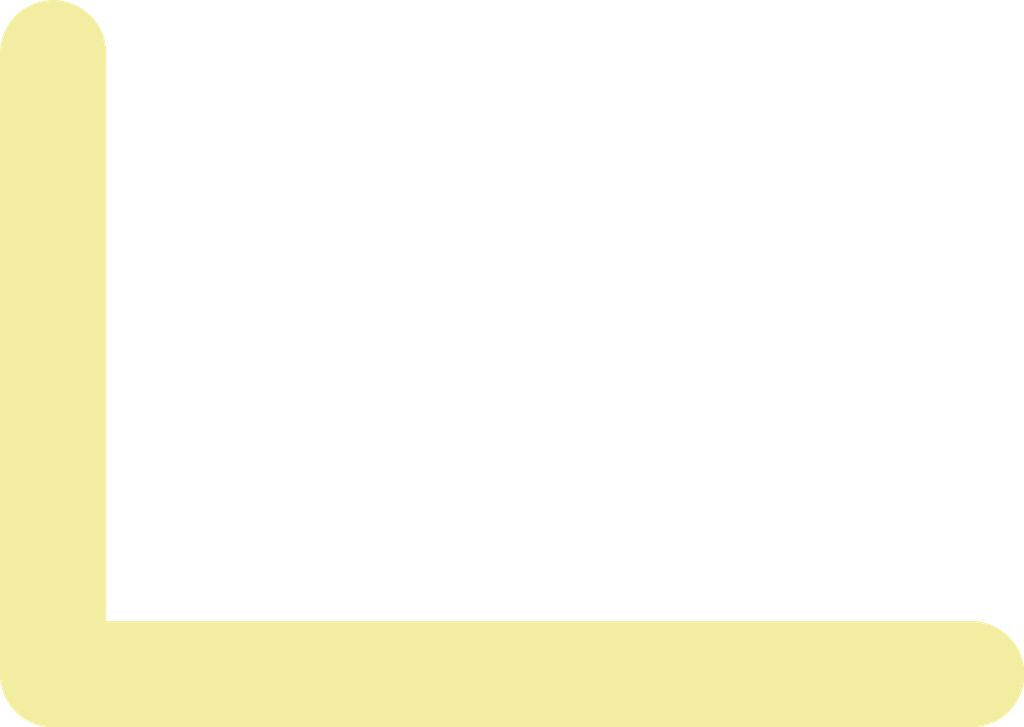
<source format=kicad_pcb>
(kicad_pcb (version 20171130) (host pcbnew "(5.0.0)")

  (general
    (thickness 1.6)
    (drawings 2)
    (tracks 0)
    (zones 0)
    (modules 0)
    (nets 1)
  )

  (page A4)
  (layers
    (0 F.Cu signal)
    (31 B.Cu signal)
    (32 B.Adhes user)
    (33 F.Adhes user)
    (34 B.Paste user)
    (35 F.Paste user)
    (36 B.SilkS user)
    (37 F.SilkS user)
    (38 B.Mask user)
    (39 F.Mask user)
    (40 Dwgs.User user)
    (41 Cmts.User user)
    (42 Eco1.User user)
    (43 Eco2.User user)
    (44 Edge.Cuts user)
    (45 Margin user)
    (46 B.CrtYd user)
    (47 F.CrtYd user)
    (48 B.Fab user)
    (49 F.Fab user)
  )

  (setup
    (last_trace_width 0.25)
    (trace_clearance 0.2)
    (zone_clearance 0.508)
    (zone_45_only no)
    (trace_min 0.2)
    (segment_width 0.2)
    (edge_width 0.15)
    (via_size 0.8)
    (via_drill 0.4)
    (via_min_size 0.4)
    (via_min_drill 0.3)
    (uvia_size 0.3)
    (uvia_drill 0.1)
    (uvias_allowed no)
    (uvia_min_size 0.2)
    (uvia_min_drill 0.1)
    (pcb_text_width 0.3)
    (pcb_text_size 1.5 1.5)
    (mod_edge_width 0.15)
    (mod_text_size 1 1)
    (mod_text_width 0.15)
    (pad_size 1.524 1.524)
    (pad_drill 0.762)
    (pad_to_mask_clearance 0.2)
    (aux_axis_origin 0 0)
    (visible_elements 7FFFFFFF)
    (pcbplotparams
      (layerselection 0x00020_7ffffffe)
      (usegerberextensions false)
      (usegerberattributes false)
      (usegerberadvancedattributes false)
      (creategerberjobfile false)
      (excludeedgelayer true)
      (linewidth 0.100000)
      (plotframeref false)
      (viasonmask false)
      (mode 1)
      (useauxorigin false)
      (hpglpennumber 1)
      (hpglpenspeed 20)
      (hpglpendiameter 15.000000)
      (psnegative false)
      (psa4output false)
      (plotreference true)
      (plotvalue true)
      (plotinvisibletext false)
      (padsonsilk false)
      (subtractmaskfromsilk false)
      (outputformat 1)
      (mirror false)
      (drillshape 0)
      (scaleselection 1)
      (outputdirectory ""))
  )

  (net 0 "")

  (net_class Default "This is the default net class."
    (clearance 0.2)
    (trace_width 0.25)
    (via_dia 0.8)
    (via_drill 0.4)
    (uvia_dia 0.3)
    (uvia_drill 0.1)
  )

  (gr_line (start 2.54 31.75) (end 45.72 31.75) (layer F.SilkS) (width 5))
  (gr_line (start 2.54 2.54) (end 2.54 31.75) (layer F.SilkS) (width 5))

)

</source>
